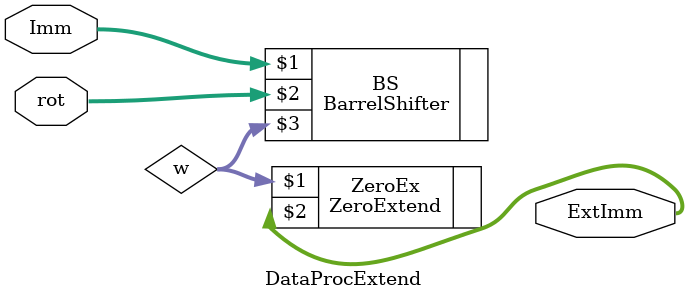
<source format=sv>
module DataProcExtend(input  logic [7:0]  Imm,
							 input  logic [3:0]  rot,
							 output logic [31:0] ExtImm);
logic [7:0] w;

BarrelShifter BS(Imm, rot, w);
ZeroExtend #(8,32) ZeroEx(w,ExtImm);

endmodule 
</source>
